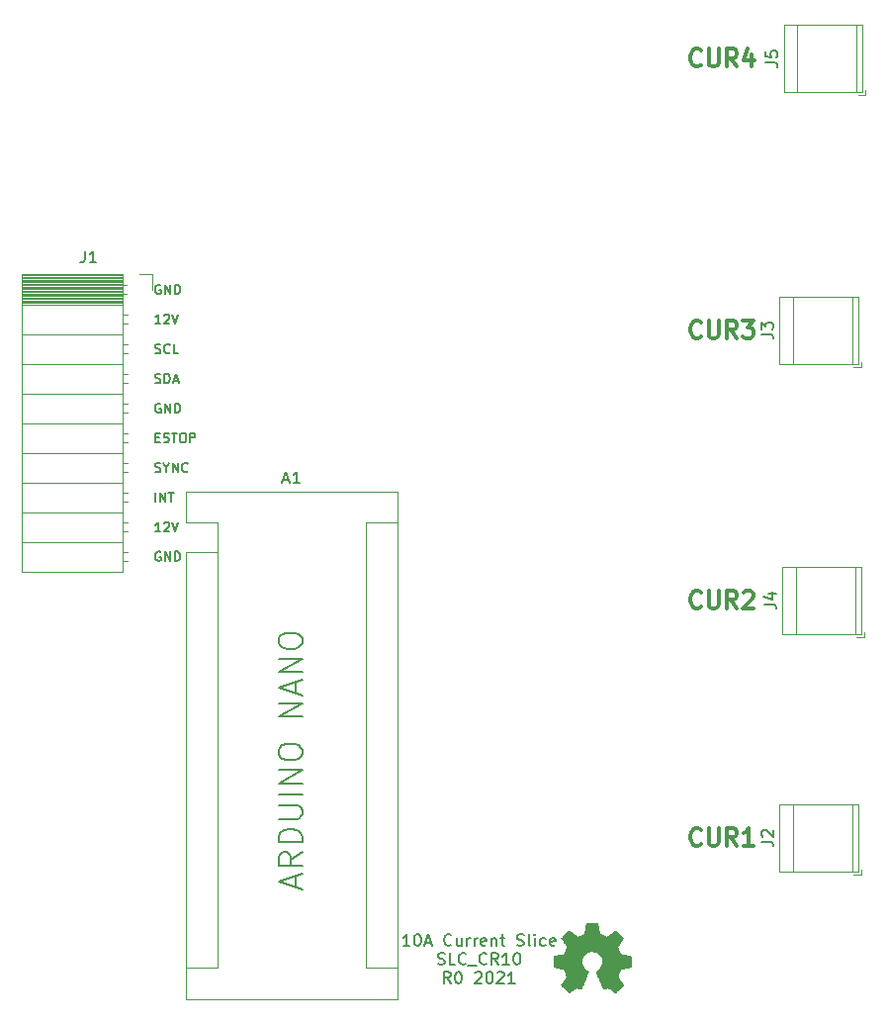
<source format=gbr>
%TF.GenerationSoftware,KiCad,Pcbnew,(6.0.4)*%
%TF.CreationDate,2023-07-24T12:57:32-04:00*%
%TF.ProjectId,BREAD_Slice,42524541-445f-4536-9c69-63652e6b6963,rev?*%
%TF.SameCoordinates,Original*%
%TF.FileFunction,Legend,Top*%
%TF.FilePolarity,Positive*%
%FSLAX46Y46*%
G04 Gerber Fmt 4.6, Leading zero omitted, Abs format (unit mm)*
G04 Created by KiCad (PCBNEW (6.0.4)) date 2023-07-24 12:57:32*
%MOMM*%
%LPD*%
G01*
G04 APERTURE LIST*
%ADD10C,0.150000*%
%ADD11C,0.300000*%
%ADD12C,0.120000*%
%ADD13C,0.010000*%
G04 APERTURE END LIST*
D10*
X131390476Y-99511904D02*
X130933334Y-99511904D01*
X131161905Y-99511904D02*
X131161905Y-98711904D01*
X131085715Y-98826190D01*
X131009524Y-98902380D01*
X130933334Y-98940476D01*
X131695238Y-98788095D02*
X131733334Y-98750000D01*
X131809524Y-98711904D01*
X132000000Y-98711904D01*
X132076191Y-98750000D01*
X132114286Y-98788095D01*
X132152381Y-98864285D01*
X132152381Y-98940476D01*
X132114286Y-99054761D01*
X131657143Y-99511904D01*
X132152381Y-99511904D01*
X132380953Y-98711904D02*
X132647619Y-99511904D01*
X132914286Y-98711904D01*
X142943333Y-129907142D02*
X142943333Y-128954761D01*
X143514761Y-130097619D02*
X141514761Y-129430952D01*
X143514761Y-128764285D01*
X143514761Y-126954761D02*
X142562380Y-127621428D01*
X143514761Y-128097619D02*
X141514761Y-128097619D01*
X141514761Y-127335714D01*
X141610000Y-127145238D01*
X141705238Y-127050000D01*
X141895714Y-126954761D01*
X142181428Y-126954761D01*
X142371904Y-127050000D01*
X142467142Y-127145238D01*
X142562380Y-127335714D01*
X142562380Y-128097619D01*
X143514761Y-126097619D02*
X141514761Y-126097619D01*
X141514761Y-125621428D01*
X141610000Y-125335714D01*
X141800476Y-125145238D01*
X141990952Y-125050000D01*
X142371904Y-124954761D01*
X142657619Y-124954761D01*
X143038571Y-125050000D01*
X143229047Y-125145238D01*
X143419523Y-125335714D01*
X143514761Y-125621428D01*
X143514761Y-126097619D01*
X141514761Y-124097619D02*
X143133809Y-124097619D01*
X143324285Y-124002380D01*
X143419523Y-123907142D01*
X143514761Y-123716666D01*
X143514761Y-123335714D01*
X143419523Y-123145238D01*
X143324285Y-123050000D01*
X143133809Y-122954761D01*
X141514761Y-122954761D01*
X143514761Y-122002380D02*
X141514761Y-122002380D01*
X143514761Y-121050000D02*
X141514761Y-121050000D01*
X143514761Y-119907142D01*
X141514761Y-119907142D01*
X141514761Y-118573809D02*
X141514761Y-118192857D01*
X141610000Y-118002380D01*
X141800476Y-117811904D01*
X142181428Y-117716666D01*
X142848095Y-117716666D01*
X143229047Y-117811904D01*
X143419523Y-118002380D01*
X143514761Y-118192857D01*
X143514761Y-118573809D01*
X143419523Y-118764285D01*
X143229047Y-118954761D01*
X142848095Y-119050000D01*
X142181428Y-119050000D01*
X141800476Y-118954761D01*
X141610000Y-118764285D01*
X141514761Y-118573809D01*
X143514761Y-115335714D02*
X141514761Y-115335714D01*
X143514761Y-114192857D01*
X141514761Y-114192857D01*
X142943333Y-113335714D02*
X142943333Y-112383333D01*
X143514761Y-113526190D02*
X141514761Y-112859523D01*
X143514761Y-112192857D01*
X143514761Y-111526190D02*
X141514761Y-111526190D01*
X143514761Y-110383333D01*
X141514761Y-110383333D01*
X141514761Y-109050000D02*
X141514761Y-108669047D01*
X141610000Y-108478571D01*
X141800476Y-108288095D01*
X142181428Y-108192857D01*
X142848095Y-108192857D01*
X143229047Y-108288095D01*
X143419523Y-108478571D01*
X143514761Y-108669047D01*
X143514761Y-109050000D01*
X143419523Y-109240476D01*
X143229047Y-109430952D01*
X142848095Y-109526190D01*
X142181428Y-109526190D01*
X141800476Y-109430952D01*
X141610000Y-109240476D01*
X141514761Y-109050000D01*
D11*
X177664285Y-126238714D02*
X177592857Y-126310142D01*
X177378571Y-126381571D01*
X177235714Y-126381571D01*
X177021428Y-126310142D01*
X176878571Y-126167285D01*
X176807142Y-126024428D01*
X176735714Y-125738714D01*
X176735714Y-125524428D01*
X176807142Y-125238714D01*
X176878571Y-125095857D01*
X177021428Y-124953000D01*
X177235714Y-124881571D01*
X177378571Y-124881571D01*
X177592857Y-124953000D01*
X177664285Y-125024428D01*
X178307142Y-124881571D02*
X178307142Y-126095857D01*
X178378571Y-126238714D01*
X178450000Y-126310142D01*
X178592857Y-126381571D01*
X178878571Y-126381571D01*
X179021428Y-126310142D01*
X179092857Y-126238714D01*
X179164285Y-126095857D01*
X179164285Y-124881571D01*
X180735714Y-126381571D02*
X180235714Y-125667285D01*
X179878571Y-126381571D02*
X179878571Y-124881571D01*
X180450000Y-124881571D01*
X180592857Y-124953000D01*
X180664285Y-125024428D01*
X180735714Y-125167285D01*
X180735714Y-125381571D01*
X180664285Y-125524428D01*
X180592857Y-125595857D01*
X180450000Y-125667285D01*
X179878571Y-125667285D01*
X182164285Y-126381571D02*
X181307142Y-126381571D01*
X181735714Y-126381571D02*
X181735714Y-124881571D01*
X181592857Y-125095857D01*
X181450000Y-125238714D01*
X181307142Y-125310142D01*
D10*
X130933333Y-86773809D02*
X131047619Y-86811904D01*
X131238095Y-86811904D01*
X131314285Y-86773809D01*
X131352381Y-86735714D01*
X131390476Y-86659523D01*
X131390476Y-86583333D01*
X131352381Y-86507142D01*
X131314285Y-86469047D01*
X131238095Y-86430952D01*
X131085714Y-86392857D01*
X131009523Y-86354761D01*
X130971428Y-86316666D01*
X130933333Y-86240476D01*
X130933333Y-86164285D01*
X130971428Y-86088095D01*
X131009523Y-86050000D01*
X131085714Y-86011904D01*
X131276190Y-86011904D01*
X131390476Y-86050000D01*
X131733333Y-86811904D02*
X131733333Y-86011904D01*
X131923809Y-86011904D01*
X132038095Y-86050000D01*
X132114285Y-86126190D01*
X132152381Y-86202380D01*
X132190476Y-86354761D01*
X132190476Y-86469047D01*
X132152381Y-86621428D01*
X132114285Y-86697619D01*
X132038095Y-86773809D01*
X131923809Y-86811904D01*
X131733333Y-86811904D01*
X132495238Y-86583333D02*
X132876190Y-86583333D01*
X132419047Y-86811904D02*
X132685714Y-86011904D01*
X132952381Y-86811904D01*
X130933333Y-94373809D02*
X131047619Y-94411904D01*
X131238095Y-94411904D01*
X131314286Y-94373809D01*
X131352381Y-94335714D01*
X131390476Y-94259523D01*
X131390476Y-94183333D01*
X131352381Y-94107142D01*
X131314286Y-94069047D01*
X131238095Y-94030952D01*
X131085714Y-93992857D01*
X131009524Y-93954761D01*
X130971429Y-93916666D01*
X130933333Y-93840476D01*
X130933333Y-93764285D01*
X130971429Y-93688095D01*
X131009524Y-93650000D01*
X131085714Y-93611904D01*
X131276190Y-93611904D01*
X131390476Y-93650000D01*
X131885714Y-94030952D02*
X131885714Y-94411904D01*
X131619048Y-93611904D02*
X131885714Y-94030952D01*
X132152381Y-93611904D01*
X132419048Y-94411904D02*
X132419048Y-93611904D01*
X132876190Y-94411904D01*
X132876190Y-93611904D01*
X133714286Y-94335714D02*
X133676190Y-94373809D01*
X133561905Y-94411904D01*
X133485714Y-94411904D01*
X133371429Y-94373809D01*
X133295238Y-94297619D01*
X133257143Y-94221428D01*
X133219048Y-94069047D01*
X133219048Y-93954761D01*
X133257143Y-93802380D01*
X133295238Y-93726190D01*
X133371429Y-93650000D01*
X133485714Y-93611904D01*
X133561905Y-93611904D01*
X133676190Y-93650000D01*
X133714286Y-93688095D01*
X131390476Y-78400000D02*
X131314285Y-78361904D01*
X131200000Y-78361904D01*
X131085714Y-78400000D01*
X131009523Y-78476190D01*
X130971428Y-78552380D01*
X130933333Y-78704761D01*
X130933333Y-78819047D01*
X130971428Y-78971428D01*
X131009523Y-79047619D01*
X131085714Y-79123809D01*
X131200000Y-79161904D01*
X131276190Y-79161904D01*
X131390476Y-79123809D01*
X131428571Y-79085714D01*
X131428571Y-78819047D01*
X131276190Y-78819047D01*
X131771428Y-79161904D02*
X131771428Y-78361904D01*
X132228571Y-79161904D01*
X132228571Y-78361904D01*
X132609523Y-79161904D02*
X132609523Y-78361904D01*
X132800000Y-78361904D01*
X132914285Y-78400000D01*
X132990476Y-78476190D01*
X133028571Y-78552380D01*
X133066666Y-78704761D01*
X133066666Y-78819047D01*
X133028571Y-78971428D01*
X132990476Y-79047619D01*
X132914285Y-79123809D01*
X132800000Y-79161904D01*
X132609523Y-79161904D01*
X130933334Y-84223809D02*
X131047619Y-84261904D01*
X131238095Y-84261904D01*
X131314286Y-84223809D01*
X131352381Y-84185714D01*
X131390476Y-84109523D01*
X131390476Y-84033333D01*
X131352381Y-83957142D01*
X131314286Y-83919047D01*
X131238095Y-83880952D01*
X131085715Y-83842857D01*
X131009524Y-83804761D01*
X130971429Y-83766666D01*
X130933334Y-83690476D01*
X130933334Y-83614285D01*
X130971429Y-83538095D01*
X131009524Y-83500000D01*
X131085715Y-83461904D01*
X131276191Y-83461904D01*
X131390476Y-83500000D01*
X132190476Y-84185714D02*
X132152381Y-84223809D01*
X132038095Y-84261904D01*
X131961905Y-84261904D01*
X131847619Y-84223809D01*
X131771429Y-84147619D01*
X131733334Y-84071428D01*
X131695238Y-83919047D01*
X131695238Y-83804761D01*
X131733334Y-83652380D01*
X131771429Y-83576190D01*
X131847619Y-83500000D01*
X131961905Y-83461904D01*
X132038095Y-83461904D01*
X132152381Y-83500000D01*
X132190476Y-83538095D01*
X132914286Y-84261904D02*
X132533334Y-84261904D01*
X132533334Y-83461904D01*
D11*
X177664285Y-82804714D02*
X177592857Y-82876142D01*
X177378571Y-82947571D01*
X177235714Y-82947571D01*
X177021428Y-82876142D01*
X176878571Y-82733285D01*
X176807142Y-82590428D01*
X176735714Y-82304714D01*
X176735714Y-82090428D01*
X176807142Y-81804714D01*
X176878571Y-81661857D01*
X177021428Y-81519000D01*
X177235714Y-81447571D01*
X177378571Y-81447571D01*
X177592857Y-81519000D01*
X177664285Y-81590428D01*
X178307142Y-81447571D02*
X178307142Y-82661857D01*
X178378571Y-82804714D01*
X178450000Y-82876142D01*
X178592857Y-82947571D01*
X178878571Y-82947571D01*
X179021428Y-82876142D01*
X179092857Y-82804714D01*
X179164285Y-82661857D01*
X179164285Y-81447571D01*
X180735714Y-82947571D02*
X180235714Y-82233285D01*
X179878571Y-82947571D02*
X179878571Y-81447571D01*
X180450000Y-81447571D01*
X180592857Y-81519000D01*
X180664285Y-81590428D01*
X180735714Y-81733285D01*
X180735714Y-81947571D01*
X180664285Y-82090428D01*
X180592857Y-82161857D01*
X180450000Y-82233285D01*
X179878571Y-82233285D01*
X181235714Y-81447571D02*
X182164285Y-81447571D01*
X181664285Y-82019000D01*
X181878571Y-82019000D01*
X182021428Y-82090428D01*
X182092857Y-82161857D01*
X182164285Y-82304714D01*
X182164285Y-82661857D01*
X182092857Y-82804714D01*
X182021428Y-82876142D01*
X181878571Y-82947571D01*
X181450000Y-82947571D01*
X181307142Y-82876142D01*
X181235714Y-82804714D01*
X177664285Y-59563714D02*
X177592857Y-59635142D01*
X177378571Y-59706571D01*
X177235714Y-59706571D01*
X177021428Y-59635142D01*
X176878571Y-59492285D01*
X176807142Y-59349428D01*
X176735714Y-59063714D01*
X176735714Y-58849428D01*
X176807142Y-58563714D01*
X176878571Y-58420857D01*
X177021428Y-58278000D01*
X177235714Y-58206571D01*
X177378571Y-58206571D01*
X177592857Y-58278000D01*
X177664285Y-58349428D01*
X178307142Y-58206571D02*
X178307142Y-59420857D01*
X178378571Y-59563714D01*
X178450000Y-59635142D01*
X178592857Y-59706571D01*
X178878571Y-59706571D01*
X179021428Y-59635142D01*
X179092857Y-59563714D01*
X179164285Y-59420857D01*
X179164285Y-58206571D01*
X180735714Y-59706571D02*
X180235714Y-58992285D01*
X179878571Y-59706571D02*
X179878571Y-58206571D01*
X180450000Y-58206571D01*
X180592857Y-58278000D01*
X180664285Y-58349428D01*
X180735714Y-58492285D01*
X180735714Y-58706571D01*
X180664285Y-58849428D01*
X180592857Y-58920857D01*
X180450000Y-58992285D01*
X179878571Y-58992285D01*
X182021428Y-58706571D02*
X182021428Y-59706571D01*
X181664285Y-58135142D02*
X181307142Y-59206571D01*
X182235714Y-59206571D01*
D10*
X131390476Y-81711904D02*
X130933334Y-81711904D01*
X131161905Y-81711904D02*
X131161905Y-80911904D01*
X131085715Y-81026190D01*
X131009524Y-81102380D01*
X130933334Y-81140476D01*
X131695238Y-80988095D02*
X131733334Y-80950000D01*
X131809524Y-80911904D01*
X132000000Y-80911904D01*
X132076191Y-80950000D01*
X132114286Y-80988095D01*
X132152381Y-81064285D01*
X132152381Y-81140476D01*
X132114286Y-81254761D01*
X131657143Y-81711904D01*
X132152381Y-81711904D01*
X132380953Y-80911904D02*
X132647619Y-81711904D01*
X132914286Y-80911904D01*
X130971428Y-91442857D02*
X131238095Y-91442857D01*
X131352380Y-91861904D02*
X130971428Y-91861904D01*
X130971428Y-91061904D01*
X131352380Y-91061904D01*
X131657142Y-91823809D02*
X131771428Y-91861904D01*
X131961904Y-91861904D01*
X132038095Y-91823809D01*
X132076190Y-91785714D01*
X132114285Y-91709523D01*
X132114285Y-91633333D01*
X132076190Y-91557142D01*
X132038095Y-91519047D01*
X131961904Y-91480952D01*
X131809523Y-91442857D01*
X131733333Y-91404761D01*
X131695238Y-91366666D01*
X131657142Y-91290476D01*
X131657142Y-91214285D01*
X131695238Y-91138095D01*
X131733333Y-91100000D01*
X131809523Y-91061904D01*
X131999999Y-91061904D01*
X132114285Y-91100000D01*
X132342857Y-91061904D02*
X132799999Y-91061904D01*
X132571428Y-91861904D02*
X132571428Y-91061904D01*
X133219047Y-91061904D02*
X133371428Y-91061904D01*
X133447619Y-91100000D01*
X133523809Y-91176190D01*
X133561904Y-91328571D01*
X133561904Y-91595238D01*
X133523809Y-91747619D01*
X133447619Y-91823809D01*
X133371428Y-91861904D01*
X133219047Y-91861904D01*
X133142857Y-91823809D01*
X133066666Y-91747619D01*
X133028571Y-91595238D01*
X133028571Y-91328571D01*
X133066666Y-91176190D01*
X133142857Y-91100000D01*
X133219047Y-91061904D01*
X133904761Y-91861904D02*
X133904761Y-91061904D01*
X134209523Y-91061904D01*
X134285714Y-91100000D01*
X134323809Y-91138095D01*
X134361904Y-91214285D01*
X134361904Y-91328571D01*
X134323809Y-91404761D01*
X134285714Y-91442857D01*
X134209523Y-91480952D01*
X133904761Y-91480952D01*
X131390476Y-88600000D02*
X131314285Y-88561904D01*
X131200000Y-88561904D01*
X131085714Y-88600000D01*
X131009523Y-88676190D01*
X130971428Y-88752380D01*
X130933333Y-88904761D01*
X130933333Y-89019047D01*
X130971428Y-89171428D01*
X131009523Y-89247619D01*
X131085714Y-89323809D01*
X131200000Y-89361904D01*
X131276190Y-89361904D01*
X131390476Y-89323809D01*
X131428571Y-89285714D01*
X131428571Y-89019047D01*
X131276190Y-89019047D01*
X131771428Y-89361904D02*
X131771428Y-88561904D01*
X132228571Y-89361904D01*
X132228571Y-88561904D01*
X132609523Y-89361904D02*
X132609523Y-88561904D01*
X132800000Y-88561904D01*
X132914285Y-88600000D01*
X132990476Y-88676190D01*
X133028571Y-88752380D01*
X133066666Y-88904761D01*
X133066666Y-89019047D01*
X133028571Y-89171428D01*
X132990476Y-89247619D01*
X132914285Y-89323809D01*
X132800000Y-89361904D01*
X132609523Y-89361904D01*
X130971428Y-96961904D02*
X130971428Y-96161904D01*
X131352380Y-96961904D02*
X131352380Y-96161904D01*
X131809523Y-96961904D01*
X131809523Y-96161904D01*
X132076190Y-96161904D02*
X132533333Y-96161904D01*
X132304761Y-96961904D02*
X132304761Y-96161904D01*
X131390476Y-101250000D02*
X131314285Y-101211904D01*
X131200000Y-101211904D01*
X131085714Y-101250000D01*
X131009523Y-101326190D01*
X130971428Y-101402380D01*
X130933333Y-101554761D01*
X130933333Y-101669047D01*
X130971428Y-101821428D01*
X131009523Y-101897619D01*
X131085714Y-101973809D01*
X131200000Y-102011904D01*
X131276190Y-102011904D01*
X131390476Y-101973809D01*
X131428571Y-101935714D01*
X131428571Y-101669047D01*
X131276190Y-101669047D01*
X131771428Y-102011904D02*
X131771428Y-101211904D01*
X132228571Y-102011904D01*
X132228571Y-101211904D01*
X132609523Y-102011904D02*
X132609523Y-101211904D01*
X132800000Y-101211904D01*
X132914285Y-101250000D01*
X132990476Y-101326190D01*
X133028571Y-101402380D01*
X133066666Y-101554761D01*
X133066666Y-101669047D01*
X133028571Y-101821428D01*
X132990476Y-101897619D01*
X132914285Y-101973809D01*
X132800000Y-102011904D01*
X132609523Y-102011904D01*
D11*
X177664285Y-105918714D02*
X177592857Y-105990142D01*
X177378571Y-106061571D01*
X177235714Y-106061571D01*
X177021428Y-105990142D01*
X176878571Y-105847285D01*
X176807142Y-105704428D01*
X176735714Y-105418714D01*
X176735714Y-105204428D01*
X176807142Y-104918714D01*
X176878571Y-104775857D01*
X177021428Y-104633000D01*
X177235714Y-104561571D01*
X177378571Y-104561571D01*
X177592857Y-104633000D01*
X177664285Y-104704428D01*
X178307142Y-104561571D02*
X178307142Y-105775857D01*
X178378571Y-105918714D01*
X178450000Y-105990142D01*
X178592857Y-106061571D01*
X178878571Y-106061571D01*
X179021428Y-105990142D01*
X179092857Y-105918714D01*
X179164285Y-105775857D01*
X179164285Y-104561571D01*
X180735714Y-106061571D02*
X180235714Y-105347285D01*
X179878571Y-106061571D02*
X179878571Y-104561571D01*
X180450000Y-104561571D01*
X180592857Y-104633000D01*
X180664285Y-104704428D01*
X180735714Y-104847285D01*
X180735714Y-105061571D01*
X180664285Y-105204428D01*
X180592857Y-105275857D01*
X180450000Y-105347285D01*
X179878571Y-105347285D01*
X181307142Y-104704428D02*
X181378571Y-104633000D01*
X181521428Y-104561571D01*
X181878571Y-104561571D01*
X182021428Y-104633000D01*
X182092857Y-104704428D01*
X182164285Y-104847285D01*
X182164285Y-104990142D01*
X182092857Y-105204428D01*
X181235714Y-106061571D01*
X182164285Y-106061571D01*
D10*
X152715619Y-134959380D02*
X152144190Y-134959380D01*
X152429904Y-134959380D02*
X152429904Y-133959380D01*
X152334666Y-134102238D01*
X152239428Y-134197476D01*
X152144190Y-134245095D01*
X153334666Y-133959380D02*
X153429904Y-133959380D01*
X153525142Y-134007000D01*
X153572761Y-134054619D01*
X153620380Y-134149857D01*
X153668000Y-134340333D01*
X153668000Y-134578428D01*
X153620380Y-134768904D01*
X153572761Y-134864142D01*
X153525142Y-134911761D01*
X153429904Y-134959380D01*
X153334666Y-134959380D01*
X153239428Y-134911761D01*
X153191809Y-134864142D01*
X153144190Y-134768904D01*
X153096571Y-134578428D01*
X153096571Y-134340333D01*
X153144190Y-134149857D01*
X153191809Y-134054619D01*
X153239428Y-134007000D01*
X153334666Y-133959380D01*
X154048952Y-134673666D02*
X154525142Y-134673666D01*
X153953714Y-134959380D02*
X154287047Y-133959380D01*
X154620380Y-134959380D01*
X156287047Y-134864142D02*
X156239428Y-134911761D01*
X156096571Y-134959380D01*
X156001333Y-134959380D01*
X155858476Y-134911761D01*
X155763238Y-134816523D01*
X155715619Y-134721285D01*
X155668000Y-134530809D01*
X155668000Y-134387952D01*
X155715619Y-134197476D01*
X155763238Y-134102238D01*
X155858476Y-134007000D01*
X156001333Y-133959380D01*
X156096571Y-133959380D01*
X156239428Y-134007000D01*
X156287047Y-134054619D01*
X157144190Y-134292714D02*
X157144190Y-134959380D01*
X156715619Y-134292714D02*
X156715619Y-134816523D01*
X156763238Y-134911761D01*
X156858476Y-134959380D01*
X157001333Y-134959380D01*
X157096571Y-134911761D01*
X157144190Y-134864142D01*
X157620380Y-134959380D02*
X157620380Y-134292714D01*
X157620380Y-134483190D02*
X157668000Y-134387952D01*
X157715619Y-134340333D01*
X157810857Y-134292714D01*
X157906095Y-134292714D01*
X158239428Y-134959380D02*
X158239428Y-134292714D01*
X158239428Y-134483190D02*
X158287047Y-134387952D01*
X158334666Y-134340333D01*
X158429904Y-134292714D01*
X158525142Y-134292714D01*
X159239428Y-134911761D02*
X159144190Y-134959380D01*
X158953714Y-134959380D01*
X158858476Y-134911761D01*
X158810857Y-134816523D01*
X158810857Y-134435571D01*
X158858476Y-134340333D01*
X158953714Y-134292714D01*
X159144190Y-134292714D01*
X159239428Y-134340333D01*
X159287047Y-134435571D01*
X159287047Y-134530809D01*
X158810857Y-134626047D01*
X159715619Y-134292714D02*
X159715619Y-134959380D01*
X159715619Y-134387952D02*
X159763238Y-134340333D01*
X159858476Y-134292714D01*
X160001333Y-134292714D01*
X160096571Y-134340333D01*
X160144190Y-134435571D01*
X160144190Y-134959380D01*
X160477523Y-134292714D02*
X160858476Y-134292714D01*
X160620380Y-133959380D02*
X160620380Y-134816523D01*
X160668000Y-134911761D01*
X160763238Y-134959380D01*
X160858476Y-134959380D01*
X161906095Y-134911761D02*
X162048952Y-134959380D01*
X162287047Y-134959380D01*
X162382285Y-134911761D01*
X162429904Y-134864142D01*
X162477523Y-134768904D01*
X162477523Y-134673666D01*
X162429904Y-134578428D01*
X162382285Y-134530809D01*
X162287047Y-134483190D01*
X162096571Y-134435571D01*
X162001333Y-134387952D01*
X161953714Y-134340333D01*
X161906095Y-134245095D01*
X161906095Y-134149857D01*
X161953714Y-134054619D01*
X162001333Y-134007000D01*
X162096571Y-133959380D01*
X162334666Y-133959380D01*
X162477523Y-134007000D01*
X163048952Y-134959380D02*
X162953714Y-134911761D01*
X162906095Y-134816523D01*
X162906095Y-133959380D01*
X163429904Y-134959380D02*
X163429904Y-134292714D01*
X163429904Y-133959380D02*
X163382285Y-134007000D01*
X163429904Y-134054619D01*
X163477523Y-134007000D01*
X163429904Y-133959380D01*
X163429904Y-134054619D01*
X164334666Y-134911761D02*
X164239428Y-134959380D01*
X164048952Y-134959380D01*
X163953714Y-134911761D01*
X163906095Y-134864142D01*
X163858476Y-134768904D01*
X163858476Y-134483190D01*
X163906095Y-134387952D01*
X163953714Y-134340333D01*
X164048952Y-134292714D01*
X164239428Y-134292714D01*
X164334666Y-134340333D01*
X165144190Y-134911761D02*
X165048952Y-134959380D01*
X164858476Y-134959380D01*
X164763238Y-134911761D01*
X164715619Y-134816523D01*
X164715619Y-134435571D01*
X164763238Y-134340333D01*
X164858476Y-134292714D01*
X165048952Y-134292714D01*
X165144190Y-134340333D01*
X165191809Y-134435571D01*
X165191809Y-134530809D01*
X164715619Y-134626047D01*
X155144190Y-136521761D02*
X155287047Y-136569380D01*
X155525142Y-136569380D01*
X155620380Y-136521761D01*
X155668000Y-136474142D01*
X155715619Y-136378904D01*
X155715619Y-136283666D01*
X155668000Y-136188428D01*
X155620380Y-136140809D01*
X155525142Y-136093190D01*
X155334666Y-136045571D01*
X155239428Y-135997952D01*
X155191809Y-135950333D01*
X155144190Y-135855095D01*
X155144190Y-135759857D01*
X155191809Y-135664619D01*
X155239428Y-135617000D01*
X155334666Y-135569380D01*
X155572761Y-135569380D01*
X155715619Y-135617000D01*
X156620380Y-136569380D02*
X156144190Y-136569380D01*
X156144190Y-135569380D01*
X157525142Y-136474142D02*
X157477523Y-136521761D01*
X157334666Y-136569380D01*
X157239428Y-136569380D01*
X157096571Y-136521761D01*
X157001333Y-136426523D01*
X156953714Y-136331285D01*
X156906095Y-136140809D01*
X156906095Y-135997952D01*
X156953714Y-135807476D01*
X157001333Y-135712238D01*
X157096571Y-135617000D01*
X157239428Y-135569380D01*
X157334666Y-135569380D01*
X157477523Y-135617000D01*
X157525142Y-135664619D01*
X157715619Y-136664619D02*
X158477523Y-136664619D01*
X159287047Y-136474142D02*
X159239428Y-136521761D01*
X159096571Y-136569380D01*
X159001333Y-136569380D01*
X158858476Y-136521761D01*
X158763238Y-136426523D01*
X158715619Y-136331285D01*
X158668000Y-136140809D01*
X158668000Y-135997952D01*
X158715619Y-135807476D01*
X158763238Y-135712238D01*
X158858476Y-135617000D01*
X159001333Y-135569380D01*
X159096571Y-135569380D01*
X159239428Y-135617000D01*
X159287047Y-135664619D01*
X160287047Y-136569380D02*
X159953714Y-136093190D01*
X159715619Y-136569380D02*
X159715619Y-135569380D01*
X160096571Y-135569380D01*
X160191809Y-135617000D01*
X160239428Y-135664619D01*
X160287047Y-135759857D01*
X160287047Y-135902714D01*
X160239428Y-135997952D01*
X160191809Y-136045571D01*
X160096571Y-136093190D01*
X159715619Y-136093190D01*
X161239428Y-136569380D02*
X160668000Y-136569380D01*
X160953714Y-136569380D02*
X160953714Y-135569380D01*
X160858476Y-135712238D01*
X160763238Y-135807476D01*
X160668000Y-135855095D01*
X161858476Y-135569380D02*
X161953714Y-135569380D01*
X162048952Y-135617000D01*
X162096571Y-135664619D01*
X162144190Y-135759857D01*
X162191809Y-135950333D01*
X162191809Y-136188428D01*
X162144190Y-136378904D01*
X162096571Y-136474142D01*
X162048952Y-136521761D01*
X161953714Y-136569380D01*
X161858476Y-136569380D01*
X161763238Y-136521761D01*
X161715619Y-136474142D01*
X161668000Y-136378904D01*
X161620380Y-136188428D01*
X161620380Y-135950333D01*
X161668000Y-135759857D01*
X161715619Y-135664619D01*
X161763238Y-135617000D01*
X161858476Y-135569380D01*
X156215619Y-138179380D02*
X155882285Y-137703190D01*
X155644190Y-138179380D02*
X155644190Y-137179380D01*
X156025142Y-137179380D01*
X156120380Y-137227000D01*
X156168000Y-137274619D01*
X156215619Y-137369857D01*
X156215619Y-137512714D01*
X156168000Y-137607952D01*
X156120380Y-137655571D01*
X156025142Y-137703190D01*
X155644190Y-137703190D01*
X156834666Y-137179380D02*
X156929904Y-137179380D01*
X157025142Y-137227000D01*
X157072761Y-137274619D01*
X157120380Y-137369857D01*
X157168000Y-137560333D01*
X157168000Y-137798428D01*
X157120380Y-137988904D01*
X157072761Y-138084142D01*
X157025142Y-138131761D01*
X156929904Y-138179380D01*
X156834666Y-138179380D01*
X156739428Y-138131761D01*
X156691809Y-138084142D01*
X156644190Y-137988904D01*
X156596571Y-137798428D01*
X156596571Y-137560333D01*
X156644190Y-137369857D01*
X156691809Y-137274619D01*
X156739428Y-137227000D01*
X156834666Y-137179380D01*
X158310857Y-137274619D02*
X158358476Y-137227000D01*
X158453714Y-137179380D01*
X158691809Y-137179380D01*
X158787047Y-137227000D01*
X158834666Y-137274619D01*
X158882285Y-137369857D01*
X158882285Y-137465095D01*
X158834666Y-137607952D01*
X158263238Y-138179380D01*
X158882285Y-138179380D01*
X159501333Y-137179380D02*
X159596571Y-137179380D01*
X159691809Y-137227000D01*
X159739428Y-137274619D01*
X159787047Y-137369857D01*
X159834666Y-137560333D01*
X159834666Y-137798428D01*
X159787047Y-137988904D01*
X159739428Y-138084142D01*
X159691809Y-138131761D01*
X159596571Y-138179380D01*
X159501333Y-138179380D01*
X159406095Y-138131761D01*
X159358476Y-138084142D01*
X159310857Y-137988904D01*
X159263238Y-137798428D01*
X159263238Y-137560333D01*
X159310857Y-137369857D01*
X159358476Y-137274619D01*
X159406095Y-137227000D01*
X159501333Y-137179380D01*
X160215619Y-137274619D02*
X160263238Y-137227000D01*
X160358476Y-137179380D01*
X160596571Y-137179380D01*
X160691809Y-137227000D01*
X160739428Y-137274619D01*
X160787047Y-137369857D01*
X160787047Y-137465095D01*
X160739428Y-137607952D01*
X160168000Y-138179380D01*
X160787047Y-138179380D01*
X161739428Y-138179380D02*
X161168000Y-138179380D01*
X161453714Y-138179380D02*
X161453714Y-137179380D01*
X161358476Y-137322238D01*
X161263238Y-137417476D01*
X161168000Y-137465095D01*
%TO.C,A1*%
X141905714Y-95086666D02*
X142381904Y-95086666D01*
X141810476Y-95372380D02*
X142143809Y-94372380D01*
X142477142Y-95372380D01*
X143334285Y-95372380D02*
X142762857Y-95372380D01*
X143048571Y-95372380D02*
X143048571Y-94372380D01*
X142953333Y-94515238D01*
X142858095Y-94610476D01*
X142762857Y-94658095D01*
%TO.C,J1*%
X124886666Y-75482380D02*
X124886666Y-76196666D01*
X124839047Y-76339523D01*
X124743809Y-76434761D01*
X124600952Y-76482380D01*
X124505714Y-76482380D01*
X125886666Y-76482380D02*
X125315238Y-76482380D01*
X125600952Y-76482380D02*
X125600952Y-75482380D01*
X125505714Y-75625238D01*
X125410476Y-75720476D01*
X125315238Y-75768095D01*
%TO.C,J2*%
X182833380Y-126036333D02*
X183547666Y-126036333D01*
X183690523Y-126083952D01*
X183785761Y-126179190D01*
X183833380Y-126322047D01*
X183833380Y-126417285D01*
X182928619Y-125607761D02*
X182881000Y-125560142D01*
X182833380Y-125464904D01*
X182833380Y-125226809D01*
X182881000Y-125131571D01*
X182928619Y-125083952D01*
X183023857Y-125036333D01*
X183119095Y-125036333D01*
X183261952Y-125083952D01*
X183833380Y-125655380D01*
X183833380Y-125036333D01*
%TO.C,J3*%
X182833380Y-82602333D02*
X183547666Y-82602333D01*
X183690523Y-82649952D01*
X183785761Y-82745190D01*
X183833380Y-82888047D01*
X183833380Y-82983285D01*
X182833380Y-82221380D02*
X182833380Y-81602333D01*
X183214333Y-81935666D01*
X183214333Y-81792809D01*
X183261952Y-81697571D01*
X183309571Y-81649952D01*
X183404809Y-81602333D01*
X183642904Y-81602333D01*
X183738142Y-81649952D01*
X183785761Y-81697571D01*
X183833380Y-81792809D01*
X183833380Y-82078523D01*
X183785761Y-82173761D01*
X183738142Y-82221380D01*
%TO.C,J4*%
X183087380Y-105716333D02*
X183801666Y-105716333D01*
X183944523Y-105763952D01*
X184039761Y-105859190D01*
X184087380Y-106002047D01*
X184087380Y-106097285D01*
X183420714Y-104811571D02*
X184087380Y-104811571D01*
X183039761Y-105049666D02*
X183754047Y-105287761D01*
X183754047Y-104668714D01*
%TO.C,J5*%
X183214380Y-59361333D02*
X183928666Y-59361333D01*
X184071523Y-59408952D01*
X184166761Y-59504190D01*
X184214380Y-59647047D01*
X184214380Y-59742285D01*
X183214380Y-58408952D02*
X183214380Y-58885142D01*
X183690571Y-58932761D01*
X183642952Y-58885142D01*
X183595333Y-58789904D01*
X183595333Y-58551809D01*
X183642952Y-58456571D01*
X183690571Y-58408952D01*
X183785809Y-58361333D01*
X184023904Y-58361333D01*
X184119142Y-58408952D01*
X184166761Y-58456571D01*
X184214380Y-58551809D01*
X184214380Y-58789904D01*
X184166761Y-58885142D01*
X184119142Y-58932761D01*
D12*
%TO.C,A1*%
X148970000Y-98730000D02*
X151640000Y-98730000D01*
X151640000Y-96060000D02*
X133600000Y-96060000D01*
X133600000Y-139500000D02*
X151640000Y-139500000D01*
X136270000Y-98730000D02*
X133600000Y-98730000D01*
X136270000Y-101270000D02*
X133600000Y-101270000D01*
X148970000Y-136830000D02*
X151640000Y-136830000D01*
X136270000Y-101270000D02*
X136270000Y-98730000D01*
X136270000Y-136830000D02*
X133600000Y-136830000D01*
X133600000Y-101270000D02*
X133600000Y-139500000D01*
X133600000Y-96060000D02*
X133600000Y-98730000D01*
X151640000Y-139500000D02*
X151640000Y-96060000D01*
X148970000Y-98730000D02*
X148970000Y-136830000D01*
X136270000Y-101270000D02*
X136270000Y-136830000D01*
%TO.C,J1*%
X119510000Y-79125235D02*
X128140000Y-79125235D01*
X119510000Y-87690000D02*
X128140000Y-87690000D01*
X119510000Y-77944285D02*
X128140000Y-77944285D01*
X128140000Y-101300000D02*
X128550000Y-101300000D01*
X119510000Y-79243330D02*
X128140000Y-79243330D01*
X129600000Y-77470000D02*
X130710000Y-77470000D01*
X128140000Y-94400000D02*
X128550000Y-94400000D01*
X128140000Y-102020000D02*
X128550000Y-102020000D01*
X128140000Y-93680000D02*
X128550000Y-93680000D01*
X128140000Y-77470000D02*
X128140000Y-102990000D01*
X128140000Y-86060000D02*
X128550000Y-86060000D01*
X119510000Y-78416665D02*
X128140000Y-78416665D01*
X119510000Y-78889045D02*
X128140000Y-78889045D01*
X119510000Y-79833805D02*
X128140000Y-79833805D01*
X119510000Y-79597615D02*
X128140000Y-79597615D01*
X119510000Y-80070000D02*
X128140000Y-80070000D01*
X119510000Y-77470000D02*
X119510000Y-102990000D01*
X128140000Y-91860000D02*
X128550000Y-91860000D01*
X130710000Y-77470000D02*
X130710000Y-78800000D01*
X119510000Y-78180475D02*
X128140000Y-78180475D01*
X119510000Y-77470000D02*
X128140000Y-77470000D01*
X119510000Y-77826190D02*
X128140000Y-77826190D01*
X128140000Y-88600000D02*
X128550000Y-88600000D01*
X119510000Y-97850000D02*
X128140000Y-97850000D01*
X128140000Y-98760000D02*
X128550000Y-98760000D01*
X119510000Y-79479520D02*
X128140000Y-79479520D01*
X128140000Y-79160000D02*
X128490000Y-79160000D01*
X128140000Y-81700000D02*
X128550000Y-81700000D01*
X119510000Y-77708095D02*
X128140000Y-77708095D01*
X128140000Y-86780000D02*
X128550000Y-86780000D01*
X128140000Y-78440000D02*
X128490000Y-78440000D01*
X119510000Y-78534760D02*
X128140000Y-78534760D01*
X119510000Y-100390000D02*
X128140000Y-100390000D01*
X128140000Y-91140000D02*
X128550000Y-91140000D01*
X119510000Y-90230000D02*
X128140000Y-90230000D01*
X119510000Y-82610000D02*
X128140000Y-82610000D01*
X119510000Y-79715710D02*
X128140000Y-79715710D01*
X119510000Y-85150000D02*
X128140000Y-85150000D01*
X119510000Y-78770950D02*
X128140000Y-78770950D01*
X119510000Y-95310000D02*
X128140000Y-95310000D01*
X119510000Y-78652855D02*
X128140000Y-78652855D01*
X128140000Y-89320000D02*
X128550000Y-89320000D01*
X128140000Y-83520000D02*
X128550000Y-83520000D01*
X128140000Y-96220000D02*
X128550000Y-96220000D01*
X119510000Y-79007140D02*
X128140000Y-79007140D01*
X128140000Y-99480000D02*
X128550000Y-99480000D01*
X128140000Y-80980000D02*
X128550000Y-80980000D01*
X119510000Y-79361425D02*
X128140000Y-79361425D01*
X119510000Y-102990000D02*
X128140000Y-102990000D01*
X128140000Y-96940000D02*
X128550000Y-96940000D01*
X119510000Y-77590000D02*
X128140000Y-77590000D01*
X119510000Y-78062380D02*
X128140000Y-78062380D01*
X119510000Y-92770000D02*
X128140000Y-92770000D01*
X119510000Y-78298570D02*
X128140000Y-78298570D01*
X119510000Y-79951900D02*
X128140000Y-79951900D01*
X128140000Y-84240000D02*
X128550000Y-84240000D01*
%TO.C,Logo1*%
G36*
X168875814Y-133458931D02*
G01*
X168959635Y-133903555D01*
X169268920Y-134031053D01*
X169578206Y-134158551D01*
X169949246Y-133906246D01*
X170053157Y-133835996D01*
X170147087Y-133773272D01*
X170226652Y-133720938D01*
X170287470Y-133681857D01*
X170325157Y-133658893D01*
X170335421Y-133653942D01*
X170353910Y-133666676D01*
X170393420Y-133701882D01*
X170449522Y-133755062D01*
X170517787Y-133821718D01*
X170593786Y-133897354D01*
X170673092Y-133977472D01*
X170751275Y-134057574D01*
X170823907Y-134133164D01*
X170886559Y-134199745D01*
X170934803Y-134252818D01*
X170964210Y-134287887D01*
X170971241Y-134299623D01*
X170961123Y-134321260D01*
X170932759Y-134368662D01*
X170889129Y-134437193D01*
X170833218Y-134522215D01*
X170768006Y-134619093D01*
X170730219Y-134674350D01*
X170661343Y-134775248D01*
X170600140Y-134866299D01*
X170549578Y-134942970D01*
X170512628Y-135000728D01*
X170492258Y-135035043D01*
X170489197Y-135042254D01*
X170496136Y-135062748D01*
X170515051Y-135110513D01*
X170543087Y-135178832D01*
X170577391Y-135260989D01*
X170615109Y-135350270D01*
X170653387Y-135439958D01*
X170689370Y-135523338D01*
X170720206Y-135593694D01*
X170743039Y-135644310D01*
X170755017Y-135668471D01*
X170755724Y-135669422D01*
X170774531Y-135674036D01*
X170824618Y-135684328D01*
X170900793Y-135699287D01*
X170997865Y-135717901D01*
X171110643Y-135739159D01*
X171176442Y-135751418D01*
X171296950Y-135774362D01*
X171405797Y-135796195D01*
X171497476Y-135815722D01*
X171566481Y-135831748D01*
X171607304Y-135843079D01*
X171615511Y-135846674D01*
X171623548Y-135871006D01*
X171630033Y-135925959D01*
X171634970Y-136005108D01*
X171638364Y-136102026D01*
X171640218Y-136210287D01*
X171640538Y-136323465D01*
X171639327Y-136435135D01*
X171636590Y-136538868D01*
X171632331Y-136628241D01*
X171626555Y-136696826D01*
X171619267Y-136738197D01*
X171614895Y-136746810D01*
X171588764Y-136757133D01*
X171533393Y-136771892D01*
X171456107Y-136789352D01*
X171364230Y-136807780D01*
X171332158Y-136813741D01*
X171177524Y-136842066D01*
X171055375Y-136864876D01*
X170961673Y-136883080D01*
X170892384Y-136897583D01*
X170843471Y-136909292D01*
X170810897Y-136919115D01*
X170790628Y-136927956D01*
X170778626Y-136936724D01*
X170776947Y-136938457D01*
X170760184Y-136966371D01*
X170734614Y-137020695D01*
X170702788Y-137094777D01*
X170667260Y-137181965D01*
X170630583Y-137275608D01*
X170595311Y-137369052D01*
X170563996Y-137455647D01*
X170539193Y-137528740D01*
X170523454Y-137581678D01*
X170519332Y-137607811D01*
X170519676Y-137608726D01*
X170533641Y-137630086D01*
X170565322Y-137677084D01*
X170611391Y-137744827D01*
X170668518Y-137828423D01*
X170733373Y-137922982D01*
X170751843Y-137949854D01*
X170817699Y-138047275D01*
X170875650Y-138136163D01*
X170922538Y-138211412D01*
X170955207Y-138267920D01*
X170970500Y-138300581D01*
X170971241Y-138304593D01*
X170958392Y-138325684D01*
X170922888Y-138367464D01*
X170869293Y-138425445D01*
X170802171Y-138495135D01*
X170726087Y-138572045D01*
X170645604Y-138651683D01*
X170565287Y-138729561D01*
X170489699Y-138801186D01*
X170423405Y-138862070D01*
X170370969Y-138907721D01*
X170336955Y-138933650D01*
X170327545Y-138937883D01*
X170305643Y-138927912D01*
X170260800Y-138901020D01*
X170200321Y-138861736D01*
X170153789Y-138830117D01*
X170069475Y-138772098D01*
X169969626Y-138703784D01*
X169869473Y-138635579D01*
X169815627Y-138599075D01*
X169633371Y-138475800D01*
X169480381Y-138558520D01*
X169410682Y-138594759D01*
X169351414Y-138622926D01*
X169311311Y-138638991D01*
X169301103Y-138641226D01*
X169288829Y-138624722D01*
X169264613Y-138578082D01*
X169230263Y-138505609D01*
X169187588Y-138411606D01*
X169138394Y-138300374D01*
X169084490Y-138176215D01*
X169027684Y-138043432D01*
X168969782Y-137906327D01*
X168912593Y-137769202D01*
X168857924Y-137636358D01*
X168807584Y-137512098D01*
X168763380Y-137400725D01*
X168727119Y-137306539D01*
X168700609Y-137233844D01*
X168685658Y-137186941D01*
X168683254Y-137170833D01*
X168702311Y-137150286D01*
X168744036Y-137116933D01*
X168799706Y-137077702D01*
X168804378Y-137074599D01*
X168948264Y-136959423D01*
X169064283Y-136825053D01*
X169151430Y-136675784D01*
X169208699Y-136515913D01*
X169235086Y-136349737D01*
X169229585Y-136181552D01*
X169191190Y-136015655D01*
X169118895Y-135856342D01*
X169097626Y-135821487D01*
X168986996Y-135680737D01*
X168856302Y-135567714D01*
X168710064Y-135483003D01*
X168552808Y-135427194D01*
X168389057Y-135400874D01*
X168223333Y-135404630D01*
X168060162Y-135439050D01*
X167904065Y-135504723D01*
X167759567Y-135602235D01*
X167714869Y-135641813D01*
X167601112Y-135765703D01*
X167518218Y-135896124D01*
X167461356Y-136042315D01*
X167429687Y-136187088D01*
X167421869Y-136349860D01*
X167447938Y-136513440D01*
X167505245Y-136672298D01*
X167591144Y-136820906D01*
X167702986Y-136953735D01*
X167838123Y-137065256D01*
X167855883Y-137077011D01*
X167912150Y-137115508D01*
X167954923Y-137148863D01*
X167975372Y-137170160D01*
X167975669Y-137170833D01*
X167971279Y-137193871D01*
X167953876Y-137246157D01*
X167925268Y-137323390D01*
X167887265Y-137421268D01*
X167841674Y-137535491D01*
X167790303Y-137661758D01*
X167734962Y-137795767D01*
X167677458Y-137933218D01*
X167619601Y-138069808D01*
X167563198Y-138201237D01*
X167510058Y-138323205D01*
X167461990Y-138431409D01*
X167420801Y-138521549D01*
X167388301Y-138589323D01*
X167366297Y-138630430D01*
X167357436Y-138641226D01*
X167330360Y-138632819D01*
X167279697Y-138610272D01*
X167214183Y-138577613D01*
X167178159Y-138558520D01*
X167025168Y-138475800D01*
X166842912Y-138599075D01*
X166749875Y-138662228D01*
X166648015Y-138731727D01*
X166552562Y-138797165D01*
X166504750Y-138830117D01*
X166437505Y-138875273D01*
X166380564Y-138911057D01*
X166341354Y-138932938D01*
X166328619Y-138937563D01*
X166310083Y-138925085D01*
X166269059Y-138890252D01*
X166209525Y-138836678D01*
X166135458Y-138767983D01*
X166050835Y-138687781D01*
X165997315Y-138636286D01*
X165903681Y-138544286D01*
X165822759Y-138461999D01*
X165757823Y-138392945D01*
X165712142Y-138340644D01*
X165688989Y-138308616D01*
X165686768Y-138302116D01*
X165697076Y-138277394D01*
X165725561Y-138227405D01*
X165769063Y-138157212D01*
X165824423Y-138071875D01*
X165888480Y-137976456D01*
X165906697Y-137949854D01*
X165973073Y-137853167D01*
X166032622Y-137766117D01*
X166082016Y-137693595D01*
X166117925Y-137640493D01*
X166137019Y-137611703D01*
X166138864Y-137608726D01*
X166136105Y-137585782D01*
X166121462Y-137535336D01*
X166097487Y-137464041D01*
X166066734Y-137378547D01*
X166031756Y-137285507D01*
X165995107Y-137191574D01*
X165959339Y-137103399D01*
X165927006Y-137027634D01*
X165900662Y-136970931D01*
X165882858Y-136939943D01*
X165881593Y-136938457D01*
X165870706Y-136929601D01*
X165852318Y-136920843D01*
X165822394Y-136911277D01*
X165776897Y-136899996D01*
X165711791Y-136886093D01*
X165623039Y-136868663D01*
X165506607Y-136846798D01*
X165358458Y-136819591D01*
X165326382Y-136813741D01*
X165231314Y-136795374D01*
X165148435Y-136777405D01*
X165085070Y-136761569D01*
X165048542Y-136749600D01*
X165043644Y-136746810D01*
X165035573Y-136722072D01*
X165029013Y-136666790D01*
X165023967Y-136587389D01*
X165020441Y-136490296D01*
X165018439Y-136381938D01*
X165017964Y-136268740D01*
X165019023Y-136157128D01*
X165021618Y-136053529D01*
X165025754Y-135964368D01*
X165031437Y-135896072D01*
X165038669Y-135855066D01*
X165043029Y-135846674D01*
X165067302Y-135838208D01*
X165122574Y-135824435D01*
X165203338Y-135806550D01*
X165304088Y-135785748D01*
X165419317Y-135763223D01*
X165482098Y-135751418D01*
X165601213Y-135729151D01*
X165707435Y-135708979D01*
X165795573Y-135691915D01*
X165860434Y-135678969D01*
X165896826Y-135671155D01*
X165902816Y-135669422D01*
X165912939Y-135649890D01*
X165934338Y-135602843D01*
X165964161Y-135535003D01*
X165999555Y-135453091D01*
X166037668Y-135363828D01*
X166075647Y-135273935D01*
X166110640Y-135190135D01*
X166139794Y-135119147D01*
X166160257Y-135067694D01*
X166169177Y-135042497D01*
X166169343Y-135041396D01*
X166159231Y-135021519D01*
X166130883Y-134975777D01*
X166087277Y-134908717D01*
X166031394Y-134824884D01*
X165966213Y-134728826D01*
X165928321Y-134673650D01*
X165859275Y-134572481D01*
X165797950Y-134480630D01*
X165747337Y-134402744D01*
X165710429Y-134343469D01*
X165690218Y-134307451D01*
X165687299Y-134299377D01*
X165699847Y-134280584D01*
X165734537Y-134240457D01*
X165786937Y-134183493D01*
X165852616Y-134114185D01*
X165927144Y-134037031D01*
X166006087Y-133956525D01*
X166085017Y-133877163D01*
X166159500Y-133803440D01*
X166225106Y-133739852D01*
X166277404Y-133690894D01*
X166311961Y-133661061D01*
X166323522Y-133653942D01*
X166342346Y-133663953D01*
X166387369Y-133692078D01*
X166454213Y-133735454D01*
X166538501Y-133791218D01*
X166635856Y-133856506D01*
X166709293Y-133906246D01*
X167080333Y-134158551D01*
X167698905Y-133903555D01*
X167782725Y-133458931D01*
X167866546Y-133014307D01*
X168791994Y-133014307D01*
X168875814Y-133458931D01*
G37*
D13*
X168875814Y-133458931D02*
X168959635Y-133903555D01*
X169268920Y-134031053D01*
X169578206Y-134158551D01*
X169949246Y-133906246D01*
X170053157Y-133835996D01*
X170147087Y-133773272D01*
X170226652Y-133720938D01*
X170287470Y-133681857D01*
X170325157Y-133658893D01*
X170335421Y-133653942D01*
X170353910Y-133666676D01*
X170393420Y-133701882D01*
X170449522Y-133755062D01*
X170517787Y-133821718D01*
X170593786Y-133897354D01*
X170673092Y-133977472D01*
X170751275Y-134057574D01*
X170823907Y-134133164D01*
X170886559Y-134199745D01*
X170934803Y-134252818D01*
X170964210Y-134287887D01*
X170971241Y-134299623D01*
X170961123Y-134321260D01*
X170932759Y-134368662D01*
X170889129Y-134437193D01*
X170833218Y-134522215D01*
X170768006Y-134619093D01*
X170730219Y-134674350D01*
X170661343Y-134775248D01*
X170600140Y-134866299D01*
X170549578Y-134942970D01*
X170512628Y-135000728D01*
X170492258Y-135035043D01*
X170489197Y-135042254D01*
X170496136Y-135062748D01*
X170515051Y-135110513D01*
X170543087Y-135178832D01*
X170577391Y-135260989D01*
X170615109Y-135350270D01*
X170653387Y-135439958D01*
X170689370Y-135523338D01*
X170720206Y-135593694D01*
X170743039Y-135644310D01*
X170755017Y-135668471D01*
X170755724Y-135669422D01*
X170774531Y-135674036D01*
X170824618Y-135684328D01*
X170900793Y-135699287D01*
X170997865Y-135717901D01*
X171110643Y-135739159D01*
X171176442Y-135751418D01*
X171296950Y-135774362D01*
X171405797Y-135796195D01*
X171497476Y-135815722D01*
X171566481Y-135831748D01*
X171607304Y-135843079D01*
X171615511Y-135846674D01*
X171623548Y-135871006D01*
X171630033Y-135925959D01*
X171634970Y-136005108D01*
X171638364Y-136102026D01*
X171640218Y-136210287D01*
X171640538Y-136323465D01*
X171639327Y-136435135D01*
X171636590Y-136538868D01*
X171632331Y-136628241D01*
X171626555Y-136696826D01*
X171619267Y-136738197D01*
X171614895Y-136746810D01*
X171588764Y-136757133D01*
X171533393Y-136771892D01*
X171456107Y-136789352D01*
X171364230Y-136807780D01*
X171332158Y-136813741D01*
X171177524Y-136842066D01*
X171055375Y-136864876D01*
X170961673Y-136883080D01*
X170892384Y-136897583D01*
X170843471Y-136909292D01*
X170810897Y-136919115D01*
X170790628Y-136927956D01*
X170778626Y-136936724D01*
X170776947Y-136938457D01*
X170760184Y-136966371D01*
X170734614Y-137020695D01*
X170702788Y-137094777D01*
X170667260Y-137181965D01*
X170630583Y-137275608D01*
X170595311Y-137369052D01*
X170563996Y-137455647D01*
X170539193Y-137528740D01*
X170523454Y-137581678D01*
X170519332Y-137607811D01*
X170519676Y-137608726D01*
X170533641Y-137630086D01*
X170565322Y-137677084D01*
X170611391Y-137744827D01*
X170668518Y-137828423D01*
X170733373Y-137922982D01*
X170751843Y-137949854D01*
X170817699Y-138047275D01*
X170875650Y-138136163D01*
X170922538Y-138211412D01*
X170955207Y-138267920D01*
X170970500Y-138300581D01*
X170971241Y-138304593D01*
X170958392Y-138325684D01*
X170922888Y-138367464D01*
X170869293Y-138425445D01*
X170802171Y-138495135D01*
X170726087Y-138572045D01*
X170645604Y-138651683D01*
X170565287Y-138729561D01*
X170489699Y-138801186D01*
X170423405Y-138862070D01*
X170370969Y-138907721D01*
X170336955Y-138933650D01*
X170327545Y-138937883D01*
X170305643Y-138927912D01*
X170260800Y-138901020D01*
X170200321Y-138861736D01*
X170153789Y-138830117D01*
X170069475Y-138772098D01*
X169969626Y-138703784D01*
X169869473Y-138635579D01*
X169815627Y-138599075D01*
X169633371Y-138475800D01*
X169480381Y-138558520D01*
X169410682Y-138594759D01*
X169351414Y-138622926D01*
X169311311Y-138638991D01*
X169301103Y-138641226D01*
X169288829Y-138624722D01*
X169264613Y-138578082D01*
X169230263Y-138505609D01*
X169187588Y-138411606D01*
X169138394Y-138300374D01*
X169084490Y-138176215D01*
X169027684Y-138043432D01*
X168969782Y-137906327D01*
X168912593Y-137769202D01*
X168857924Y-137636358D01*
X168807584Y-137512098D01*
X168763380Y-137400725D01*
X168727119Y-137306539D01*
X168700609Y-137233844D01*
X168685658Y-137186941D01*
X168683254Y-137170833D01*
X168702311Y-137150286D01*
X168744036Y-137116933D01*
X168799706Y-137077702D01*
X168804378Y-137074599D01*
X168948264Y-136959423D01*
X169064283Y-136825053D01*
X169151430Y-136675784D01*
X169208699Y-136515913D01*
X169235086Y-136349737D01*
X169229585Y-136181552D01*
X169191190Y-136015655D01*
X169118895Y-135856342D01*
X169097626Y-135821487D01*
X168986996Y-135680737D01*
X168856302Y-135567714D01*
X168710064Y-135483003D01*
X168552808Y-135427194D01*
X168389057Y-135400874D01*
X168223333Y-135404630D01*
X168060162Y-135439050D01*
X167904065Y-135504723D01*
X167759567Y-135602235D01*
X167714869Y-135641813D01*
X167601112Y-135765703D01*
X167518218Y-135896124D01*
X167461356Y-136042315D01*
X167429687Y-136187088D01*
X167421869Y-136349860D01*
X167447938Y-136513440D01*
X167505245Y-136672298D01*
X167591144Y-136820906D01*
X167702986Y-136953735D01*
X167838123Y-137065256D01*
X167855883Y-137077011D01*
X167912150Y-137115508D01*
X167954923Y-137148863D01*
X167975372Y-137170160D01*
X167975669Y-137170833D01*
X167971279Y-137193871D01*
X167953876Y-137246157D01*
X167925268Y-137323390D01*
X167887265Y-137421268D01*
X167841674Y-137535491D01*
X167790303Y-137661758D01*
X167734962Y-137795767D01*
X167677458Y-137933218D01*
X167619601Y-138069808D01*
X167563198Y-138201237D01*
X167510058Y-138323205D01*
X167461990Y-138431409D01*
X167420801Y-138521549D01*
X167388301Y-138589323D01*
X167366297Y-138630430D01*
X167357436Y-138641226D01*
X167330360Y-138632819D01*
X167279697Y-138610272D01*
X167214183Y-138577613D01*
X167178159Y-138558520D01*
X167025168Y-138475800D01*
X166842912Y-138599075D01*
X166749875Y-138662228D01*
X166648015Y-138731727D01*
X166552562Y-138797165D01*
X166504750Y-138830117D01*
X166437505Y-138875273D01*
X166380564Y-138911057D01*
X166341354Y-138932938D01*
X166328619Y-138937563D01*
X166310083Y-138925085D01*
X166269059Y-138890252D01*
X166209525Y-138836678D01*
X166135458Y-138767983D01*
X166050835Y-138687781D01*
X165997315Y-138636286D01*
X165903681Y-138544286D01*
X165822759Y-138461999D01*
X165757823Y-138392945D01*
X165712142Y-138340644D01*
X165688989Y-138308616D01*
X165686768Y-138302116D01*
X165697076Y-138277394D01*
X165725561Y-138227405D01*
X165769063Y-138157212D01*
X165824423Y-138071875D01*
X165888480Y-137976456D01*
X165906697Y-137949854D01*
X165973073Y-137853167D01*
X166032622Y-137766117D01*
X166082016Y-137693595D01*
X166117925Y-137640493D01*
X166137019Y-137611703D01*
X166138864Y-137608726D01*
X166136105Y-137585782D01*
X166121462Y-137535336D01*
X166097487Y-137464041D01*
X166066734Y-137378547D01*
X166031756Y-137285507D01*
X165995107Y-137191574D01*
X165959339Y-137103399D01*
X165927006Y-137027634D01*
X165900662Y-136970931D01*
X165882858Y-136939943D01*
X165881593Y-136938457D01*
X165870706Y-136929601D01*
X165852318Y-136920843D01*
X165822394Y-136911277D01*
X165776897Y-136899996D01*
X165711791Y-136886093D01*
X165623039Y-136868663D01*
X165506607Y-136846798D01*
X165358458Y-136819591D01*
X165326382Y-136813741D01*
X165231314Y-136795374D01*
X165148435Y-136777405D01*
X165085070Y-136761569D01*
X165048542Y-136749600D01*
X165043644Y-136746810D01*
X165035573Y-136722072D01*
X165029013Y-136666790D01*
X165023967Y-136587389D01*
X165020441Y-136490296D01*
X165018439Y-136381938D01*
X165017964Y-136268740D01*
X165019023Y-136157128D01*
X165021618Y-136053529D01*
X165025754Y-135964368D01*
X165031437Y-135896072D01*
X165038669Y-135855066D01*
X165043029Y-135846674D01*
X165067302Y-135838208D01*
X165122574Y-135824435D01*
X165203338Y-135806550D01*
X165304088Y-135785748D01*
X165419317Y-135763223D01*
X165482098Y-135751418D01*
X165601213Y-135729151D01*
X165707435Y-135708979D01*
X165795573Y-135691915D01*
X165860434Y-135678969D01*
X165896826Y-135671155D01*
X165902816Y-135669422D01*
X165912939Y-135649890D01*
X165934338Y-135602843D01*
X165964161Y-135535003D01*
X165999555Y-135453091D01*
X166037668Y-135363828D01*
X166075647Y-135273935D01*
X166110640Y-135190135D01*
X166139794Y-135119147D01*
X166160257Y-135067694D01*
X166169177Y-135042497D01*
X166169343Y-135041396D01*
X166159231Y-135021519D01*
X166130883Y-134975777D01*
X166087277Y-134908717D01*
X166031394Y-134824884D01*
X165966213Y-134728826D01*
X165928321Y-134673650D01*
X165859275Y-134572481D01*
X165797950Y-134480630D01*
X165747337Y-134402744D01*
X165710429Y-134343469D01*
X165690218Y-134307451D01*
X165687299Y-134299377D01*
X165699847Y-134280584D01*
X165734537Y-134240457D01*
X165786937Y-134183493D01*
X165852616Y-134114185D01*
X165927144Y-134037031D01*
X166006087Y-133956525D01*
X166085017Y-133877163D01*
X166159500Y-133803440D01*
X166225106Y-133739852D01*
X166277404Y-133690894D01*
X166311961Y-133661061D01*
X166323522Y-133653942D01*
X166342346Y-133663953D01*
X166387369Y-133692078D01*
X166454213Y-133735454D01*
X166538501Y-133791218D01*
X166635856Y-133856506D01*
X166709293Y-133906246D01*
X167080333Y-134158551D01*
X167698905Y-133903555D01*
X167782725Y-133458931D01*
X167866546Y-133014307D01*
X168791994Y-133014307D01*
X168875814Y-133458931D01*
D12*
%TO.C,J2*%
X184381000Y-128593000D02*
X191121000Y-128593000D01*
X190601000Y-128593000D02*
X190601000Y-122813000D01*
X184381000Y-122813000D02*
X191121000Y-122813000D01*
X185501000Y-128593000D02*
X185501000Y-122813000D01*
X190721000Y-128833000D02*
X191361000Y-128833000D01*
X184381000Y-128593000D02*
X184381000Y-122813000D01*
X191121000Y-128593000D02*
X191121000Y-122813000D01*
X191361000Y-128833000D02*
X191361000Y-128433000D01*
%TO.C,J3*%
X184381000Y-85159000D02*
X184381000Y-79379000D01*
X190601000Y-85159000D02*
X190601000Y-79379000D01*
X191121000Y-85159000D02*
X191121000Y-79379000D01*
X185501000Y-85159000D02*
X185501000Y-79379000D01*
X184381000Y-85159000D02*
X191121000Y-85159000D01*
X190721000Y-85399000D02*
X191361000Y-85399000D01*
X191361000Y-85399000D02*
X191361000Y-84999000D01*
X184381000Y-79379000D02*
X191121000Y-79379000D01*
%TO.C,J4*%
X184635000Y-108273000D02*
X184635000Y-102493000D01*
X184635000Y-108273000D02*
X191375000Y-108273000D01*
X191375000Y-108273000D02*
X191375000Y-102493000D01*
X184635000Y-102493000D02*
X191375000Y-102493000D01*
X185755000Y-108273000D02*
X185755000Y-102493000D01*
X191615000Y-108513000D02*
X191615000Y-108113000D01*
X190855000Y-108273000D02*
X190855000Y-102493000D01*
X190975000Y-108513000D02*
X191615000Y-108513000D01*
%TO.C,J5*%
X190982000Y-61918000D02*
X190982000Y-56138000D01*
X191742000Y-62158000D02*
X191742000Y-61758000D01*
X184762000Y-61918000D02*
X184762000Y-56138000D01*
X184762000Y-61918000D02*
X191502000Y-61918000D01*
X191502000Y-61918000D02*
X191502000Y-56138000D01*
X184762000Y-56138000D02*
X191502000Y-56138000D01*
X185882000Y-61918000D02*
X185882000Y-56138000D01*
X191102000Y-62158000D02*
X191742000Y-62158000D01*
%TD*%
M02*

</source>
